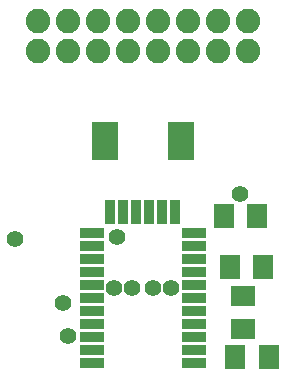
<source format=gbr>
G04 EAGLE Gerber RS-274X export*
G75*
%MOMM*%
%FSLAX34Y34*%
%LPD*%
%INSoldermask Top*%
%IPPOS*%
%AMOC8*
5,1,8,0,0,1.08239X$1,22.5*%
G01*
%ADD10R,2.143200X0.903200*%
%ADD11R,0.903200X2.143200*%
%ADD12C,2.082800*%
%ADD13R,1.803200X2.003200*%
%ADD14R,2.003200X1.803200*%
%ADD15R,1.803200X2.006200*%
%ADD16R,2.203200X3.203200*%
%ADD17C,1.403350*%


D10*
X176550Y15740D03*
X176550Y26740D03*
X176550Y37740D03*
X176550Y48740D03*
X176550Y59740D03*
X176550Y70740D03*
X176550Y81740D03*
X176550Y92740D03*
X176550Y103740D03*
X176550Y114740D03*
X176550Y125740D03*
X90150Y125740D03*
X90150Y114740D03*
X90150Y103740D03*
X90150Y92740D03*
X90150Y81740D03*
X90150Y70740D03*
X90150Y59740D03*
X90150Y48740D03*
X90150Y37740D03*
X90150Y26740D03*
X90150Y15740D03*
D11*
X160350Y143440D03*
X149350Y143440D03*
X138350Y143440D03*
X127350Y143440D03*
X116350Y143440D03*
X105350Y143440D03*
D12*
X44450Y279400D03*
X44450Y304800D03*
X69850Y279400D03*
X69850Y304800D03*
X95250Y279400D03*
X95250Y304800D03*
X120650Y279400D03*
X120650Y304800D03*
X146050Y279400D03*
X146050Y304800D03*
X171450Y279400D03*
X171450Y304800D03*
X196850Y279400D03*
X196850Y304800D03*
X222250Y279400D03*
X222250Y304800D03*
D13*
X201900Y139700D03*
X229900Y139700D03*
X206980Y96520D03*
X234980Y96520D03*
D14*
X218440Y72420D03*
X218440Y44420D03*
D15*
X240280Y20320D03*
X211840Y20320D03*
D16*
X101600Y203200D03*
X165600Y203200D03*
D17*
X142240Y78740D03*
X157480Y78740D03*
X109220Y78740D03*
X124460Y78740D03*
X111760Y121920D03*
X66040Y66040D03*
X215900Y158750D03*
X25400Y120650D03*
X69850Y38100D03*
M02*

</source>
